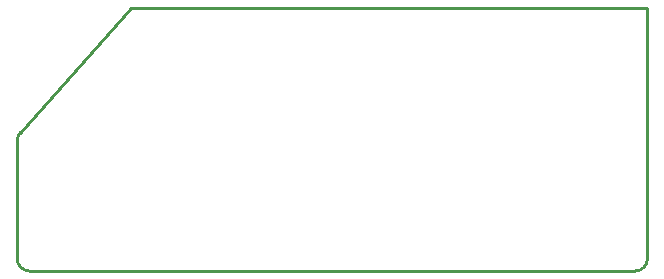
<source format=gbr>
%TF.GenerationSoftware,KiCad,Pcbnew,7.0.9*%
%TF.CreationDate,2024-04-07T02:28:49-04:00*%
%TF.ProjectId,rearbox_peripheral_io_top,72656172-626f-4785-9f70-657269706865,rev?*%
%TF.SameCoordinates,Original*%
%TF.FileFunction,Profile,NP*%
%FSLAX46Y46*%
G04 Gerber Fmt 4.6, Leading zero omitted, Abs format (unit mm)*
G04 Created by KiCad (PCBNEW 7.0.9) date 2024-04-07 02:28:49*
%MOMM*%
%LPD*%
G01*
G04 APERTURE LIST*
%TA.AperFunction,Profile*%
%ADD10C,0.250000*%
%TD*%
G04 APERTURE END LIST*
D10*
X129286000Y-73676000D02*
X129286000Y-52451000D01*
X128286000Y-74676000D02*
G75*
G03*
X129286000Y-73676000I0J1000000D01*
G01*
X85598000Y-52451000D02*
X76202706Y-62960771D01*
X75946000Y-73676000D02*
G75*
G03*
X76946000Y-74676000I1000000J0D01*
G01*
X125786000Y-74676000D02*
X76946000Y-74676000D01*
X129286000Y-52451000D02*
X85598000Y-52451000D01*
X76202688Y-62960755D02*
G75*
G03*
X75946000Y-63629736I743312J-668945D01*
G01*
X128286000Y-74676000D02*
X125786000Y-74676000D01*
X75946000Y-73676000D02*
X75946000Y-63629736D01*
M02*

</source>
